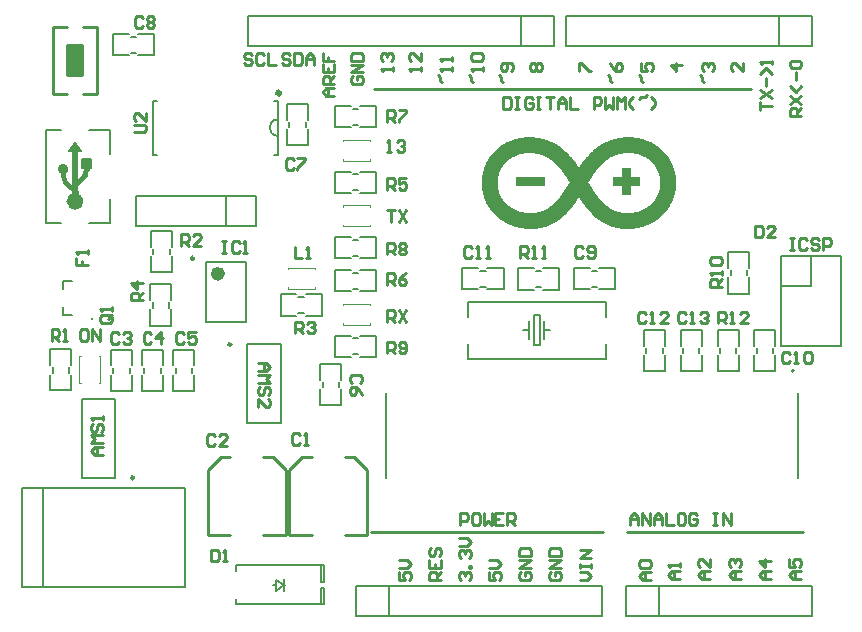
<source format=gto>
G04*
G04 #@! TF.GenerationSoftware,Altium Limited,Altium Designer,21.3.2 (30)*
G04*
G04 Layer_Color=65535*
%FSLAX24Y24*%
%MOIN*%
G70*
G04*
G04 #@! TF.SameCoordinates,BD5A3C24-ECAA-4070-AF75-8328BFFE722F*
G04*
G04*
G04 #@! TF.FilePolarity,Positive*
G04*
G01*
G75*
%ADD10C,0.0079*%
%ADD11C,0.0098*%
%ADD12C,0.0236*%
%ADD13C,0.0150*%
%ADD14C,0.0200*%
%ADD15C,0.0350*%
%ADD16C,0.0050*%
%ADD17C,0.0000*%
%ADD18C,0.0100*%
%ADD19C,0.0070*%
%ADD20C,0.0040*%
%ADD21C,0.0060*%
%ADD22R,0.0500X0.1000*%
G36*
X52610Y54325D02*
Y54030D01*
X52314Y54030D01*
Y54325D01*
X52610D01*
D02*
G37*
G36*
X52068Y54857D02*
X52265Y54581D01*
X51872D01*
X52068Y54857D01*
D02*
G37*
G36*
X70615Y55049D02*
X70713D01*
Y55039D01*
X70800D01*
Y55028D01*
X70854D01*
Y55017D01*
X70909D01*
Y55006D01*
X70952D01*
Y54995D01*
X70996D01*
Y54984D01*
X71028D01*
Y54973D01*
X71061D01*
Y54962D01*
X71094D01*
Y54952D01*
X71115D01*
Y54941D01*
X71148D01*
Y54930D01*
X71170D01*
Y54919D01*
X71202D01*
Y54908D01*
X71224D01*
Y54897D01*
X71246D01*
Y54886D01*
X71268D01*
Y54875D01*
X71289D01*
Y54864D01*
X71311D01*
Y54854D01*
X71333D01*
Y54843D01*
X71344D01*
Y54832D01*
X71366D01*
Y54821D01*
X71387D01*
Y54810D01*
X71398D01*
Y54799D01*
X71420D01*
Y54788D01*
X71431D01*
Y54777D01*
X71453D01*
Y54767D01*
X71464D01*
Y54756D01*
X71485D01*
Y54745D01*
X71496D01*
Y54734D01*
X71507D01*
Y54723D01*
X71529D01*
Y54712D01*
X71540D01*
Y54701D01*
X71551D01*
Y54690D01*
X71561D01*
Y54680D01*
X71572D01*
Y54669D01*
X71594D01*
Y54658D01*
X71605D01*
Y54647D01*
X71616D01*
Y54636D01*
X71627D01*
Y54625D01*
X71638D01*
Y54614D01*
X71648D01*
Y54603D01*
X71659D01*
Y54593D01*
X71670D01*
Y54582D01*
X71681D01*
Y54571D01*
X71692D01*
Y54560D01*
X71703D01*
Y54549D01*
X71714D01*
Y54538D01*
X71725D01*
Y54527D01*
X71735D01*
Y54516D01*
X71746D01*
Y54495D01*
X71757D01*
Y54484D01*
X71768D01*
Y54473D01*
X71779D01*
Y54462D01*
X71790D01*
Y54451D01*
X71801D01*
Y54429D01*
X71812D01*
Y54418D01*
X71822D01*
Y54408D01*
X71833D01*
Y54386D01*
X71844D01*
Y54375D01*
X71855D01*
Y54353D01*
X71866D01*
Y54342D01*
X71877D01*
Y54321D01*
X71888D01*
Y54310D01*
X71899D01*
Y54288D01*
X71910D01*
Y54266D01*
X71920D01*
Y54255D01*
X71931D01*
Y54234D01*
X71942D01*
Y54212D01*
X71953D01*
Y54190D01*
X71964D01*
Y54168D01*
X71975D01*
Y54147D01*
X71986D01*
Y54114D01*
X71997D01*
Y54092D01*
X72007D01*
Y54060D01*
X72018D01*
Y54038D01*
X72029D01*
Y54005D01*
X72040D01*
Y53972D01*
X72051D01*
Y53940D01*
X72062D01*
Y53896D01*
X72073D01*
Y53853D01*
X72084D01*
Y53798D01*
X72094D01*
Y53733D01*
X72105D01*
Y53614D01*
X72116D01*
Y53439D01*
X72105D01*
Y53331D01*
X72094D01*
Y53255D01*
X72084D01*
Y53200D01*
X72073D01*
Y53157D01*
X72062D01*
Y53113D01*
X72051D01*
Y53080D01*
X72040D01*
Y53048D01*
X72029D01*
Y53015D01*
X72018D01*
Y52993D01*
X72007D01*
Y52961D01*
X71997D01*
Y52939D01*
X71986D01*
Y52906D01*
X71975D01*
Y52885D01*
X71964D01*
Y52863D01*
X71953D01*
Y52841D01*
X71942D01*
Y52819D01*
X71931D01*
Y52809D01*
X71920D01*
Y52787D01*
X71910D01*
Y52765D01*
X71899D01*
Y52743D01*
X71888D01*
Y52732D01*
X71877D01*
Y52711D01*
X71866D01*
Y52700D01*
X71855D01*
Y52678D01*
X71844D01*
Y52667D01*
X71833D01*
Y52645D01*
X71822D01*
Y52634D01*
X71812D01*
Y52624D01*
X71801D01*
Y52613D01*
X71790D01*
Y52591D01*
X71779D01*
Y52580D01*
X71768D01*
Y52569D01*
X71757D01*
Y52558D01*
X71746D01*
Y52537D01*
X71735D01*
Y52526D01*
X71725D01*
Y52515D01*
X71714D01*
Y52504D01*
X71703D01*
Y52493D01*
X71692D01*
Y52482D01*
X71681D01*
Y52471D01*
X71670D01*
Y52460D01*
X71659D01*
Y52450D01*
X71648D01*
Y52439D01*
X71638D01*
Y52428D01*
X71627D01*
Y52417D01*
X71616D01*
Y52406D01*
X71605D01*
Y52395D01*
X71594D01*
Y52384D01*
X71572D01*
Y52373D01*
X71561D01*
Y52363D01*
X71551D01*
Y52352D01*
X71540D01*
Y52341D01*
X71518D01*
Y52330D01*
X71507D01*
Y52319D01*
X71496D01*
Y52308D01*
X71474D01*
Y52297D01*
X71464D01*
Y52286D01*
X71453D01*
Y52276D01*
X71431D01*
Y52265D01*
X71420D01*
Y52254D01*
X71398D01*
Y52243D01*
X71387D01*
Y52232D01*
X71366D01*
Y52221D01*
X71344D01*
Y52210D01*
X71322D01*
Y52199D01*
X71311D01*
Y52188D01*
X71289D01*
Y52178D01*
X71268D01*
Y52167D01*
X71246D01*
Y52156D01*
X71224D01*
Y52145D01*
X71202D01*
Y52134D01*
X71170D01*
Y52123D01*
X71148D01*
Y52112D01*
X71115D01*
Y52101D01*
X71094D01*
Y52091D01*
X71061D01*
Y52080D01*
X71028D01*
Y52069D01*
X70996D01*
Y52058D01*
X70952D01*
Y52047D01*
X70909D01*
Y52036D01*
X70854D01*
Y52025D01*
X70800D01*
Y52014D01*
X70724D01*
Y52004D01*
X70528D01*
Y51993D01*
X70376D01*
Y52004D01*
X70245D01*
Y52014D01*
X70169D01*
Y52025D01*
X70115D01*
Y52036D01*
X70060D01*
Y52047D01*
X70017D01*
Y52058D01*
X69984D01*
Y52069D01*
X69951D01*
Y52080D01*
X69919D01*
Y52091D01*
X69886D01*
Y52101D01*
X69864D01*
Y52112D01*
X69832D01*
Y52123D01*
X69810D01*
Y52134D01*
X69788D01*
Y52145D01*
X69767D01*
Y52156D01*
X69745D01*
Y52167D01*
X69723D01*
Y52178D01*
X69701D01*
Y52188D01*
X69680D01*
Y52199D01*
X69658D01*
Y52210D01*
X69647D01*
Y52221D01*
X69625D01*
Y52232D01*
X69614D01*
Y52243D01*
X69592D01*
Y52254D01*
X69582D01*
Y52265D01*
X69560D01*
Y52276D01*
X69549D01*
Y52286D01*
X69527D01*
Y52297D01*
X69516D01*
Y52308D01*
X69505D01*
Y52319D01*
X69484D01*
Y52330D01*
X69473D01*
Y52341D01*
X69462D01*
Y52352D01*
X69451D01*
Y52363D01*
X69429D01*
Y52373D01*
X69418D01*
Y52384D01*
X69408D01*
Y52395D01*
X69397D01*
Y52406D01*
X69386D01*
Y52417D01*
X69375D01*
Y52428D01*
X69364D01*
Y52439D01*
X69353D01*
Y52450D01*
X69342D01*
Y52460D01*
X69321D01*
Y52471D01*
X69310D01*
Y52482D01*
X69299D01*
Y52493D01*
X69288D01*
Y52515D01*
X69277D01*
Y52526D01*
X69266D01*
Y52537D01*
X69255D01*
Y52547D01*
X69244D01*
Y52558D01*
X69234D01*
Y52569D01*
X69223D01*
Y52580D01*
X69212D01*
Y52591D01*
X69201D01*
Y52602D01*
X69190D01*
Y52613D01*
X69179D01*
Y52634D01*
X69168D01*
Y52645D01*
X69157D01*
Y52656D01*
X69146D01*
Y52667D01*
X69136D01*
Y52678D01*
X69125D01*
Y52700D01*
X69114D01*
Y52711D01*
X69103D01*
Y52722D01*
X69092D01*
Y52732D01*
X69081D01*
Y52754D01*
X69070D01*
Y52765D01*
X69059D01*
Y52776D01*
X69049D01*
Y52798D01*
X69038D01*
Y52809D01*
X69027D01*
Y52830D01*
X69016D01*
Y52841D01*
X69005D01*
Y52852D01*
X68994D01*
Y52874D01*
X68983D01*
Y52885D01*
X68972D01*
Y52906D01*
X68962D01*
Y52917D01*
X68951D01*
Y52928D01*
X68940D01*
Y52950D01*
X68929D01*
Y52961D01*
X68918D01*
Y52983D01*
X68907D01*
Y52993D01*
X68896D01*
Y53015D01*
X68885D01*
Y53037D01*
X68864D01*
Y53026D01*
X68853D01*
Y53015D01*
X68842D01*
Y52993D01*
X68831D01*
Y52983D01*
X68820D01*
Y52961D01*
X68809D01*
Y52950D01*
X68798D01*
Y52928D01*
X68788D01*
Y52917D01*
X68777D01*
Y52896D01*
X68766D01*
Y52885D01*
X68755D01*
Y52874D01*
X68744D01*
Y52852D01*
X68733D01*
Y52841D01*
X68722D01*
Y52819D01*
X68711D01*
Y52809D01*
X68700D01*
Y52798D01*
X68690D01*
Y52776D01*
X68679D01*
Y52765D01*
X68668D01*
Y52754D01*
X68657D01*
Y52732D01*
X68646D01*
Y52722D01*
X68635D01*
Y52711D01*
X68624D01*
Y52700D01*
X68613D01*
Y52678D01*
X68603D01*
Y52667D01*
X68592D01*
Y52656D01*
X68581D01*
Y52645D01*
X68570D01*
Y52624D01*
X68559D01*
Y52613D01*
X68548D01*
Y52602D01*
X68537D01*
Y52591D01*
X68526D01*
Y52580D01*
X68516D01*
Y52569D01*
X68505D01*
Y52558D01*
X68494D01*
Y52547D01*
X68483D01*
Y52537D01*
X68472D01*
Y52515D01*
X68461D01*
Y52504D01*
X68450D01*
Y52493D01*
X68439D01*
Y52482D01*
X68429D01*
Y52471D01*
X68418D01*
Y52460D01*
X68407D01*
Y52450D01*
X68385D01*
Y52439D01*
X68374D01*
Y52428D01*
X68363D01*
Y52417D01*
X68352D01*
Y52406D01*
X68342D01*
Y52395D01*
X68331D01*
Y52384D01*
X68320D01*
Y52373D01*
X68309D01*
Y52363D01*
X68298D01*
Y52352D01*
X68276D01*
Y52341D01*
X68265D01*
Y52330D01*
X68254D01*
Y52319D01*
X68233D01*
Y52308D01*
X68222D01*
Y52297D01*
X68211D01*
Y52286D01*
X68189D01*
Y52276D01*
X68178D01*
Y52265D01*
X68167D01*
Y52254D01*
X68146D01*
Y52243D01*
X68124D01*
Y52232D01*
X68113D01*
Y52221D01*
X68091D01*
Y52210D01*
X68080D01*
Y52199D01*
X68059D01*
Y52188D01*
X68037D01*
Y52178D01*
X68015D01*
Y52167D01*
X67993D01*
Y52156D01*
X67972D01*
Y52145D01*
X67950D01*
Y52134D01*
X67928D01*
Y52123D01*
X67906D01*
Y52112D01*
X67874D01*
Y52101D01*
X67852D01*
Y52091D01*
X67819D01*
Y52080D01*
X67787D01*
Y52069D01*
X67754D01*
Y52058D01*
X67721D01*
Y52047D01*
X67678D01*
Y52036D01*
X67624D01*
Y52025D01*
X67569D01*
Y52014D01*
X67493D01*
Y52004D01*
X67362D01*
Y51993D01*
X67210D01*
Y52004D01*
X67025D01*
Y52014D01*
X66938D01*
Y52025D01*
X66884D01*
Y52036D01*
X66829D01*
Y52047D01*
X66786D01*
Y52058D01*
X66753D01*
Y52069D01*
X66710D01*
Y52080D01*
X66677D01*
Y52091D01*
X66645D01*
Y52101D01*
X66623D01*
Y52112D01*
X66590D01*
Y52123D01*
X66568D01*
Y52134D01*
X66547D01*
Y52145D01*
X66514D01*
Y52156D01*
X66492D01*
Y52167D01*
X66470D01*
Y52178D01*
X66449D01*
Y52188D01*
X66427D01*
Y52199D01*
X66416D01*
Y52210D01*
X66394D01*
Y52221D01*
X66373D01*
Y52232D01*
X66362D01*
Y52243D01*
X66340D01*
Y52254D01*
X66318D01*
Y52265D01*
X66307D01*
Y52276D01*
X66286D01*
Y52286D01*
X66275D01*
Y52297D01*
X66264D01*
Y52308D01*
X66242D01*
Y52319D01*
X66231D01*
Y52330D01*
X66220D01*
Y52341D01*
X66199D01*
Y52352D01*
X66188D01*
Y52363D01*
X66177D01*
Y52373D01*
X66166D01*
Y52384D01*
X66155D01*
Y52395D01*
X66133D01*
Y52406D01*
X66122D01*
Y52417D01*
X66112D01*
Y52428D01*
X66101D01*
Y52439D01*
X66090D01*
Y52450D01*
X66079D01*
Y52460D01*
X66068D01*
Y52471D01*
X66057D01*
Y52482D01*
X66046D01*
Y52493D01*
X66035D01*
Y52504D01*
X66024D01*
Y52515D01*
X66014D01*
Y52526D01*
X66003D01*
Y52547D01*
X65992D01*
Y52558D01*
X65981D01*
Y52569D01*
X65970D01*
Y52580D01*
X65959D01*
Y52591D01*
X65948D01*
Y52613D01*
X65937D01*
Y52624D01*
X65927D01*
Y52634D01*
X65916D01*
Y52656D01*
X65905D01*
Y52667D01*
X65894D01*
Y52678D01*
X65883D01*
Y52700D01*
X65872D01*
Y52711D01*
X65861D01*
Y52732D01*
X65850D01*
Y52754D01*
X65840D01*
Y52765D01*
X65829D01*
Y52787D01*
X65818D01*
Y52809D01*
X65807D01*
Y52830D01*
X65796D01*
Y52841D01*
X65785D01*
Y52863D01*
X65774D01*
Y52896D01*
X65763D01*
Y52917D01*
X65753D01*
Y52939D01*
X65742D01*
Y52961D01*
X65731D01*
Y52993D01*
X65720D01*
Y53015D01*
X65709D01*
Y53048D01*
X65698D01*
Y53080D01*
X65687D01*
Y53124D01*
X65676D01*
Y53157D01*
X65666D01*
Y53211D01*
X65655D01*
Y53265D01*
X65644D01*
Y53331D01*
X65633D01*
Y53450D01*
X65622D01*
Y53603D01*
X65633D01*
Y53722D01*
X65644D01*
Y53788D01*
X65655D01*
Y53842D01*
X65666D01*
Y53896D01*
X65676D01*
Y53929D01*
X65687D01*
Y53972D01*
X65698D01*
Y54005D01*
X65709D01*
Y54038D01*
X65720D01*
Y54060D01*
X65731D01*
Y54092D01*
X65742D01*
Y54114D01*
X65753D01*
Y54136D01*
X65763D01*
Y54168D01*
X65774D01*
Y54190D01*
X65785D01*
Y54212D01*
X65796D01*
Y54234D01*
X65807D01*
Y54244D01*
X65818D01*
Y54266D01*
X65829D01*
Y54288D01*
X65840D01*
Y54310D01*
X65850D01*
Y54321D01*
X65861D01*
Y54342D01*
X65872D01*
Y54353D01*
X65883D01*
Y54375D01*
X65894D01*
Y54386D01*
X65905D01*
Y54408D01*
X65916D01*
Y54418D01*
X65927D01*
Y54429D01*
X65937D01*
Y54451D01*
X65948D01*
Y54462D01*
X65959D01*
Y54473D01*
X65970D01*
Y54484D01*
X65981D01*
Y54495D01*
X65992D01*
Y54516D01*
X66003D01*
Y54527D01*
X66014D01*
Y54538D01*
X66024D01*
Y54549D01*
X66035D01*
Y54560D01*
X66046D01*
Y54571D01*
X66057D01*
Y54582D01*
X66068D01*
Y54593D01*
X66079D01*
Y54603D01*
X66090D01*
Y54614D01*
X66101D01*
Y54625D01*
X66112D01*
Y54636D01*
X66122D01*
Y54647D01*
X66133D01*
Y54658D01*
X66144D01*
Y54669D01*
X66166D01*
Y54680D01*
X66177D01*
Y54690D01*
X66188D01*
Y54701D01*
X66199D01*
Y54712D01*
X66220D01*
Y54723D01*
X66231D01*
Y54734D01*
X66242D01*
Y54745D01*
X66264D01*
Y54756D01*
X66275D01*
Y54767D01*
X66286D01*
Y54777D01*
X66307D01*
Y54788D01*
X66318D01*
Y54799D01*
X66340D01*
Y54810D01*
X66351D01*
Y54821D01*
X66373D01*
Y54832D01*
X66394D01*
Y54843D01*
X66416D01*
Y54854D01*
X66427D01*
Y54864D01*
X66449D01*
Y54875D01*
X66470D01*
Y54886D01*
X66492D01*
Y54897D01*
X66514D01*
Y54908D01*
X66536D01*
Y54919D01*
X66568D01*
Y54930D01*
X66590D01*
Y54941D01*
X66623D01*
Y54952D01*
X66645D01*
Y54962D01*
X66677D01*
Y54973D01*
X66710D01*
Y54984D01*
X66742D01*
Y54995D01*
X66786D01*
Y55006D01*
X66829D01*
Y55017D01*
X66884D01*
Y55028D01*
X66938D01*
Y55039D01*
X67025D01*
Y55049D01*
X67123D01*
Y55060D01*
X67286D01*
Y55049D01*
X67406D01*
Y55039D01*
X67493D01*
Y55028D01*
X67558D01*
Y55017D01*
X67613D01*
Y55006D01*
X67656D01*
Y54995D01*
X67700D01*
Y54984D01*
X67732D01*
Y54973D01*
X67776D01*
Y54962D01*
X67798D01*
Y54952D01*
X67830D01*
Y54941D01*
X67863D01*
Y54930D01*
X67885D01*
Y54919D01*
X67917D01*
Y54908D01*
X67939D01*
Y54897D01*
X67961D01*
Y54886D01*
X67983D01*
Y54875D01*
X68004D01*
Y54864D01*
X68026D01*
Y54854D01*
X68048D01*
Y54843D01*
X68070D01*
Y54832D01*
X68091D01*
Y54821D01*
X68102D01*
Y54810D01*
X68124D01*
Y54799D01*
X68146D01*
Y54788D01*
X68157D01*
Y54777D01*
X68178D01*
Y54767D01*
X68189D01*
Y54756D01*
X68211D01*
Y54745D01*
X68222D01*
Y54734D01*
X68233D01*
Y54723D01*
X68254D01*
Y54712D01*
X68265D01*
Y54701D01*
X68276D01*
Y54690D01*
X68298D01*
Y54680D01*
X68309D01*
Y54669D01*
X68320D01*
Y54658D01*
X68331D01*
Y54647D01*
X68352D01*
Y54636D01*
X68363D01*
Y54625D01*
X68374D01*
Y54614D01*
X68385D01*
Y54603D01*
X68396D01*
Y54593D01*
X68407D01*
Y54582D01*
X68418D01*
Y54571D01*
X68439D01*
Y54560D01*
X68450D01*
Y54549D01*
X68461D01*
Y54538D01*
X68472D01*
Y54527D01*
X68483D01*
Y54516D01*
X68494D01*
Y54506D01*
X68505D01*
Y54495D01*
X68516D01*
Y54484D01*
X68526D01*
Y54473D01*
X68537D01*
Y54462D01*
X68548D01*
Y54440D01*
X68559D01*
Y54429D01*
X68570D01*
Y54418D01*
X68581D01*
Y54408D01*
X68592D01*
Y54397D01*
X68603D01*
Y54386D01*
X68613D01*
Y54375D01*
X68624D01*
Y54364D01*
X68635D01*
Y54342D01*
X68646D01*
Y54331D01*
X68657D01*
Y54321D01*
X68668D01*
Y54310D01*
X68679D01*
Y54288D01*
X68690D01*
Y54277D01*
X68700D01*
Y54266D01*
X68711D01*
Y54255D01*
X68722D01*
Y54234D01*
X68733D01*
Y54223D01*
X68744D01*
Y54212D01*
X68755D01*
Y54190D01*
X68766D01*
Y54179D01*
X68777D01*
Y54168D01*
X68788D01*
Y54147D01*
X68798D01*
Y54136D01*
X68809D01*
Y54114D01*
X68820D01*
Y54103D01*
X68831D01*
Y54092D01*
X68842D01*
Y54070D01*
X68853D01*
Y54060D01*
X68864D01*
Y54049D01*
X68885D01*
Y54070D01*
X68896D01*
Y54081D01*
X68907D01*
Y54103D01*
X68918D01*
Y54114D01*
X68929D01*
Y54136D01*
X68940D01*
Y54147D01*
X68951D01*
Y54157D01*
X68962D01*
Y54179D01*
X68972D01*
Y54190D01*
X68983D01*
Y54212D01*
X68994D01*
Y54223D01*
X69005D01*
Y54234D01*
X69016D01*
Y54255D01*
X69027D01*
Y54266D01*
X69038D01*
Y54277D01*
X69049D01*
Y54288D01*
X69059D01*
Y54310D01*
X69070D01*
Y54321D01*
X69081D01*
Y54331D01*
X69092D01*
Y54342D01*
X69103D01*
Y54353D01*
X69114D01*
Y54375D01*
X69125D01*
Y54386D01*
X69136D01*
Y54397D01*
X69146D01*
Y54408D01*
X69157D01*
Y54418D01*
X69168D01*
Y54429D01*
X69179D01*
Y54440D01*
X69190D01*
Y54451D01*
X69201D01*
Y54473D01*
X69212D01*
Y54484D01*
X69223D01*
Y54495D01*
X69234D01*
Y54506D01*
X69244D01*
Y54516D01*
X69255D01*
Y54527D01*
X69266D01*
Y54538D01*
X69277D01*
Y54549D01*
X69288D01*
Y54560D01*
X69310D01*
Y54571D01*
X69321D01*
Y54582D01*
X69331D01*
Y54593D01*
X69342D01*
Y54603D01*
X69353D01*
Y54614D01*
X69364D01*
Y54625D01*
X69375D01*
Y54636D01*
X69386D01*
Y54647D01*
X69408D01*
Y54658D01*
X69418D01*
Y54669D01*
X69429D01*
Y54680D01*
X69440D01*
Y54690D01*
X69462D01*
Y54701D01*
X69473D01*
Y54712D01*
X69484D01*
Y54723D01*
X69505D01*
Y54734D01*
X69516D01*
Y54745D01*
X69527D01*
Y54756D01*
X69549D01*
Y54767D01*
X69560D01*
Y54777D01*
X69582D01*
Y54788D01*
X69603D01*
Y54799D01*
X69614D01*
Y54810D01*
X69636D01*
Y54821D01*
X69647D01*
Y54832D01*
X69669D01*
Y54843D01*
X69690D01*
Y54854D01*
X69712D01*
Y54864D01*
X69734D01*
Y54875D01*
X69756D01*
Y54886D01*
X69777D01*
Y54897D01*
X69799D01*
Y54908D01*
X69821D01*
Y54919D01*
X69854D01*
Y54930D01*
X69875D01*
Y54941D01*
X69908D01*
Y54952D01*
X69941D01*
Y54962D01*
X69973D01*
Y54973D01*
X70006D01*
Y54984D01*
X70038D01*
Y54995D01*
X70082D01*
Y55006D01*
X70126D01*
Y55017D01*
X70180D01*
Y55028D01*
X70245D01*
Y55039D01*
X70343D01*
Y55049D01*
X70452D01*
Y55060D01*
X70615D01*
Y55049D01*
D02*
G37*
%LPC*%
G36*
X70626Y54527D02*
X70430D01*
Y54516D01*
X70332D01*
Y54506D01*
X70267D01*
Y54495D01*
X70223D01*
Y54484D01*
X70180D01*
Y54473D01*
X70136D01*
Y54462D01*
X70104D01*
Y54451D01*
X70082D01*
Y54440D01*
X70049D01*
Y54429D01*
X70028D01*
Y54418D01*
X70006D01*
Y54408D01*
X69984D01*
Y54397D01*
X69962D01*
Y54386D01*
X69941D01*
Y54375D01*
X69919D01*
Y54364D01*
X69897D01*
Y54353D01*
X69886D01*
Y54342D01*
X69864D01*
Y54331D01*
X69854D01*
Y54321D01*
X69832D01*
Y54310D01*
X69821D01*
Y54299D01*
X69799D01*
Y54288D01*
X69788D01*
Y54277D01*
X69777D01*
Y54266D01*
X69756D01*
Y54255D01*
X69745D01*
Y54244D01*
X69734D01*
Y54234D01*
X69723D01*
Y54223D01*
X69712D01*
Y54212D01*
X69690D01*
Y54201D01*
X69680D01*
Y54190D01*
X69669D01*
Y54179D01*
X69658D01*
Y54168D01*
X69647D01*
Y54157D01*
X69636D01*
Y54147D01*
X69625D01*
Y54136D01*
X69614D01*
Y54125D01*
X69603D01*
Y54114D01*
X69592D01*
Y54103D01*
X69582D01*
Y54092D01*
X69571D01*
Y54081D01*
X69560D01*
Y54060D01*
X69549D01*
Y54049D01*
X69538D01*
Y54038D01*
X69527D01*
Y54027D01*
X69516D01*
Y54016D01*
X69505D01*
Y54005D01*
X69495D01*
Y53983D01*
X69484D01*
Y53972D01*
X69473D01*
Y53962D01*
X69462D01*
Y53951D01*
X69451D01*
Y53929D01*
X69440D01*
Y53918D01*
X69429D01*
Y53907D01*
X69418D01*
Y53885D01*
X69408D01*
Y53875D01*
X69397D01*
Y53864D01*
X69386D01*
Y53842D01*
X69375D01*
Y53831D01*
X69364D01*
Y53820D01*
X69353D01*
Y53798D01*
X69342D01*
Y53788D01*
X69331D01*
Y53766D01*
X69321D01*
Y53755D01*
X69310D01*
Y53733D01*
X69299D01*
Y53722D01*
X69288D01*
Y53701D01*
X69277D01*
Y53690D01*
X69266D01*
Y53668D01*
X69255D01*
Y53657D01*
X69244D01*
Y53635D01*
X69234D01*
Y53624D01*
X69223D01*
Y53603D01*
X69212D01*
Y53592D01*
X69201D01*
Y53570D01*
X69190D01*
Y53548D01*
X69179D01*
Y53537D01*
X69190D01*
Y53526D01*
X69201D01*
Y53505D01*
X69212D01*
Y53483D01*
X69223D01*
Y53472D01*
X69234D01*
Y53450D01*
X69244D01*
Y53439D01*
X69255D01*
Y53418D01*
X69266D01*
Y53407D01*
X69277D01*
Y53385D01*
X69288D01*
Y53363D01*
X69299D01*
Y53352D01*
X69310D01*
Y53331D01*
X69321D01*
Y53320D01*
X69331D01*
Y53298D01*
X69342D01*
Y53287D01*
X69353D01*
Y53265D01*
X69364D01*
Y53255D01*
X69375D01*
Y53233D01*
X69386D01*
Y53222D01*
X69397D01*
Y53200D01*
X69408D01*
Y53189D01*
X69418D01*
Y53168D01*
X69429D01*
Y53157D01*
X69440D01*
Y53146D01*
X69451D01*
Y53124D01*
X69462D01*
Y53113D01*
X69473D01*
Y53091D01*
X69484D01*
Y53080D01*
X69495D01*
Y53070D01*
X69505D01*
Y53059D01*
X69516D01*
Y53037D01*
X69527D01*
Y53026D01*
X69538D01*
Y53015D01*
X69549D01*
Y53004D01*
X69560D01*
Y52983D01*
X69571D01*
Y52972D01*
X69582D01*
Y52961D01*
X69592D01*
Y52950D01*
X69603D01*
Y52939D01*
X69614D01*
Y52928D01*
X69625D01*
Y52906D01*
X69636D01*
Y52896D01*
X69647D01*
Y52885D01*
X69658D01*
Y52874D01*
X69669D01*
Y52863D01*
X69680D01*
Y52852D01*
X69690D01*
Y52841D01*
X69701D01*
Y52830D01*
X69712D01*
Y52819D01*
X69723D01*
Y52809D01*
X69745D01*
Y52798D01*
X69756D01*
Y52787D01*
X69767D01*
Y52776D01*
X69777D01*
Y52765D01*
X69788D01*
Y52754D01*
X69799D01*
Y52743D01*
X69821D01*
Y52732D01*
X69832D01*
Y52722D01*
X69843D01*
Y52711D01*
X69864D01*
Y52700D01*
X69875D01*
Y52689D01*
X69897D01*
Y52678D01*
X69908D01*
Y52667D01*
X69930D01*
Y52656D01*
X69951D01*
Y52645D01*
X69973D01*
Y52634D01*
X69995D01*
Y52624D01*
X70017D01*
Y52613D01*
X70038D01*
Y52602D01*
X70060D01*
Y52591D01*
X70093D01*
Y52580D01*
X70126D01*
Y52569D01*
X70158D01*
Y52558D01*
X70202D01*
Y52547D01*
X70256D01*
Y52537D01*
X70343D01*
Y52526D01*
X70604D01*
Y52537D01*
X70702D01*
Y52547D01*
X70767D01*
Y52558D01*
X70811D01*
Y52569D01*
X70854D01*
Y52580D01*
X70887D01*
Y52591D01*
X70920D01*
Y52602D01*
X70941D01*
Y52613D01*
X70974D01*
Y52624D01*
X70996D01*
Y52634D01*
X71018D01*
Y52645D01*
X71039D01*
Y52656D01*
X71061D01*
Y52667D01*
X71083D01*
Y52678D01*
X71094D01*
Y52689D01*
X71115D01*
Y52700D01*
X71126D01*
Y52711D01*
X71148D01*
Y52722D01*
X71159D01*
Y52732D01*
X71181D01*
Y52743D01*
X71192D01*
Y52754D01*
X71202D01*
Y52765D01*
X71224D01*
Y52776D01*
X71235D01*
Y52787D01*
X71246D01*
Y52798D01*
X71257D01*
Y52809D01*
X71268D01*
Y52819D01*
X71279D01*
Y52830D01*
X71289D01*
Y52841D01*
X71300D01*
Y52852D01*
X71311D01*
Y52863D01*
X71322D01*
Y52874D01*
X71333D01*
Y52885D01*
X71344D01*
Y52896D01*
X71355D01*
Y52906D01*
X71366D01*
Y52928D01*
X71376D01*
Y52939D01*
X71387D01*
Y52950D01*
X71398D01*
Y52972D01*
X71409D01*
Y52983D01*
X71420D01*
Y52993D01*
X71431D01*
Y53015D01*
X71442D01*
Y53037D01*
X71453D01*
Y53048D01*
X71464D01*
Y53070D01*
X71474D01*
Y53091D01*
X71485D01*
Y53113D01*
X71496D01*
Y53135D01*
X71507D01*
Y53157D01*
X71518D01*
Y53189D01*
X71529D01*
Y53222D01*
X71540D01*
Y53255D01*
X71551D01*
Y53298D01*
X71561D01*
Y53342D01*
X71572D01*
Y53407D01*
X71583D01*
Y53646D01*
X71572D01*
Y53711D01*
X71561D01*
Y53766D01*
X71551D01*
Y53798D01*
X71540D01*
Y53831D01*
X71529D01*
Y53864D01*
X71518D01*
Y53896D01*
X71507D01*
Y53918D01*
X71496D01*
Y53940D01*
X71485D01*
Y53962D01*
X71474D01*
Y53983D01*
X71464D01*
Y54005D01*
X71453D01*
Y54016D01*
X71442D01*
Y54038D01*
X71431D01*
Y54060D01*
X71420D01*
Y54070D01*
X71409D01*
Y54092D01*
X71398D01*
Y54103D01*
X71387D01*
Y54114D01*
X71376D01*
Y54125D01*
X71366D01*
Y54147D01*
X71355D01*
Y54157D01*
X71344D01*
Y54168D01*
X71333D01*
Y54179D01*
X71322D01*
Y54190D01*
X71311D01*
Y54201D01*
X71300D01*
Y54212D01*
X71289D01*
Y54223D01*
X71279D01*
Y54234D01*
X71268D01*
Y54244D01*
X71257D01*
Y54255D01*
X71246D01*
Y54266D01*
X71235D01*
Y54277D01*
X71224D01*
Y54288D01*
X71202D01*
Y54299D01*
X71192D01*
Y54310D01*
X71181D01*
Y54321D01*
X71159D01*
Y54331D01*
X71148D01*
Y54342D01*
X71137D01*
Y54353D01*
X71115D01*
Y54364D01*
X71094D01*
Y54375D01*
X71083D01*
Y54386D01*
X71061D01*
Y54397D01*
X71039D01*
Y54408D01*
X71018D01*
Y54418D01*
X70996D01*
Y54429D01*
X70974D01*
Y54440D01*
X70952D01*
Y54451D01*
X70920D01*
Y54462D01*
X70887D01*
Y54473D01*
X70854D01*
Y54484D01*
X70822D01*
Y54495D01*
X70778D01*
Y54506D01*
X70713D01*
Y54516D01*
X70626D01*
Y54527D01*
D02*
G37*
G36*
X67308D02*
X67112D01*
Y54516D01*
X67025D01*
Y54506D01*
X66971D01*
Y54495D01*
X66916D01*
Y54484D01*
X66884D01*
Y54473D01*
X66851D01*
Y54462D01*
X66819D01*
Y54451D01*
X66797D01*
Y54440D01*
X66764D01*
Y54429D01*
X66742D01*
Y54418D01*
X66721D01*
Y54408D01*
X66699D01*
Y54397D01*
X66677D01*
Y54386D01*
X66655D01*
Y54375D01*
X66645D01*
Y54364D01*
X66623D01*
Y54353D01*
X66601D01*
Y54342D01*
X66590D01*
Y54331D01*
X66579D01*
Y54321D01*
X66558D01*
Y54310D01*
X66547D01*
Y54299D01*
X66536D01*
Y54288D01*
X66514D01*
Y54277D01*
X66503D01*
Y54266D01*
X66492D01*
Y54255D01*
X66481D01*
Y54244D01*
X66470D01*
Y54234D01*
X66460D01*
Y54223D01*
X66449D01*
Y54212D01*
X66438D01*
Y54201D01*
X66427D01*
Y54190D01*
X66416D01*
Y54179D01*
X66405D01*
Y54168D01*
X66394D01*
Y54157D01*
X66383D01*
Y54147D01*
X66373D01*
Y54125D01*
X66362D01*
Y54114D01*
X66351D01*
Y54103D01*
X66340D01*
Y54081D01*
X66329D01*
Y54070D01*
X66318D01*
Y54060D01*
X66307D01*
Y54038D01*
X66296D01*
Y54016D01*
X66286D01*
Y54005D01*
X66275D01*
Y53983D01*
X66264D01*
Y53962D01*
X66253D01*
Y53940D01*
X66242D01*
Y53918D01*
X66231D01*
Y53885D01*
X66220D01*
Y53864D01*
X66209D01*
Y53831D01*
X66199D01*
Y53798D01*
X66188D01*
Y53755D01*
X66177D01*
Y53711D01*
X66166D01*
Y53635D01*
X66155D01*
Y53418D01*
X66166D01*
Y53342D01*
X66177D01*
Y53298D01*
X66188D01*
Y53255D01*
X66199D01*
Y53222D01*
X66209D01*
Y53189D01*
X66220D01*
Y53168D01*
X66231D01*
Y53135D01*
X66242D01*
Y53113D01*
X66253D01*
Y53091D01*
X66264D01*
Y53070D01*
X66275D01*
Y53048D01*
X66286D01*
Y53037D01*
X66296D01*
Y53015D01*
X66307D01*
Y53004D01*
X66318D01*
Y52983D01*
X66329D01*
Y52972D01*
X66340D01*
Y52950D01*
X66351D01*
Y52939D01*
X66362D01*
Y52928D01*
X66373D01*
Y52906D01*
X66383D01*
Y52896D01*
X66394D01*
Y52885D01*
X66405D01*
Y52874D01*
X66416D01*
Y52863D01*
X66427D01*
Y52852D01*
X66438D01*
Y52841D01*
X66449D01*
Y52830D01*
X66460D01*
Y52819D01*
X66470D01*
Y52809D01*
X66481D01*
Y52798D01*
X66492D01*
Y52787D01*
X66503D01*
Y52776D01*
X66514D01*
Y52765D01*
X66536D01*
Y52754D01*
X66547D01*
Y52743D01*
X66558D01*
Y52732D01*
X66579D01*
Y52722D01*
X66590D01*
Y52711D01*
X66612D01*
Y52700D01*
X66623D01*
Y52689D01*
X66645D01*
Y52678D01*
X66655D01*
Y52667D01*
X66677D01*
Y52656D01*
X66699D01*
Y52645D01*
X66721D01*
Y52634D01*
X66742D01*
Y52624D01*
X66764D01*
Y52613D01*
X66797D01*
Y52602D01*
X66819D01*
Y52591D01*
X66851D01*
Y52580D01*
X66884D01*
Y52569D01*
X66927D01*
Y52558D01*
X66971D01*
Y52547D01*
X67036D01*
Y52537D01*
X67134D01*
Y52526D01*
X67395D01*
Y52537D01*
X67482D01*
Y52547D01*
X67537D01*
Y52558D01*
X67580D01*
Y52569D01*
X67613D01*
Y52580D01*
X67645D01*
Y52591D01*
X67678D01*
Y52602D01*
X67700D01*
Y52613D01*
X67721D01*
Y52624D01*
X67743D01*
Y52634D01*
X67765D01*
Y52645D01*
X67787D01*
Y52656D01*
X67808D01*
Y52667D01*
X67830D01*
Y52678D01*
X67841D01*
Y52689D01*
X67863D01*
Y52700D01*
X67874D01*
Y52711D01*
X67896D01*
Y52722D01*
X67906D01*
Y52732D01*
X67917D01*
Y52743D01*
X67939D01*
Y52754D01*
X67950D01*
Y52765D01*
X67961D01*
Y52776D01*
X67972D01*
Y52787D01*
X67983D01*
Y52798D01*
X68004D01*
Y52809D01*
X68015D01*
Y52819D01*
X68026D01*
Y52830D01*
X68037D01*
Y52841D01*
X68048D01*
Y52852D01*
X68059D01*
Y52863D01*
X68070D01*
Y52874D01*
X68080D01*
Y52885D01*
X68091D01*
Y52896D01*
X68102D01*
Y52906D01*
X68113D01*
Y52917D01*
X68124D01*
Y52939D01*
X68135D01*
Y52950D01*
X68146D01*
Y52961D01*
X68157D01*
Y52972D01*
X68167D01*
Y52983D01*
X68178D01*
Y52993D01*
X68189D01*
Y53015D01*
X68200D01*
Y53026D01*
X68211D01*
Y53037D01*
X68222D01*
Y53048D01*
X68233D01*
Y53070D01*
X68244D01*
Y53080D01*
X68254D01*
Y53091D01*
X68265D01*
Y53113D01*
X68276D01*
Y53124D01*
X68287D01*
Y53135D01*
X68298D01*
Y53157D01*
X68309D01*
Y53168D01*
X68320D01*
Y53189D01*
X68331D01*
Y53200D01*
X68342D01*
Y53222D01*
X68352D01*
Y53233D01*
X68363D01*
Y53255D01*
X68374D01*
Y53265D01*
X68385D01*
Y53287D01*
X68396D01*
Y53298D01*
X68407D01*
Y53320D01*
X68418D01*
Y53331D01*
X68429D01*
Y53352D01*
X68439D01*
Y53363D01*
X68450D01*
Y53385D01*
X68461D01*
Y53396D01*
X68472D01*
Y53418D01*
X68483D01*
Y53439D01*
X68494D01*
Y53450D01*
X68505D01*
Y53472D01*
X68516D01*
Y53483D01*
X68526D01*
Y53505D01*
X68537D01*
Y53526D01*
X68548D01*
Y53537D01*
X68559D01*
Y53559D01*
X68548D01*
Y53570D01*
X68537D01*
Y53592D01*
X68526D01*
Y53603D01*
X68516D01*
Y53624D01*
X68505D01*
Y53635D01*
X68494D01*
Y53657D01*
X68483D01*
Y53679D01*
X68472D01*
Y53690D01*
X68461D01*
Y53711D01*
X68450D01*
Y53722D01*
X68439D01*
Y53744D01*
X68429D01*
Y53755D01*
X68418D01*
Y53766D01*
X68407D01*
Y53788D01*
X68396D01*
Y53798D01*
X68385D01*
Y53820D01*
X68374D01*
Y53831D01*
X68363D01*
Y53853D01*
X68352D01*
Y53864D01*
X68342D01*
Y53875D01*
X68331D01*
Y53896D01*
X68320D01*
Y53907D01*
X68309D01*
Y53918D01*
X68298D01*
Y53929D01*
X68287D01*
Y53951D01*
X68276D01*
Y53962D01*
X68265D01*
Y53972D01*
X68254D01*
Y53983D01*
X68244D01*
Y54005D01*
X68233D01*
Y54016D01*
X68222D01*
Y54027D01*
X68211D01*
Y54038D01*
X68200D01*
Y54049D01*
X68189D01*
Y54060D01*
X68178D01*
Y54081D01*
X68167D01*
Y54092D01*
X68157D01*
Y54103D01*
X68146D01*
Y54114D01*
X68135D01*
Y54125D01*
X68124D01*
Y54136D01*
X68113D01*
Y54147D01*
X68102D01*
Y54157D01*
X68091D01*
Y54168D01*
X68080D01*
Y54179D01*
X68070D01*
Y54190D01*
X68059D01*
Y54201D01*
X68048D01*
Y54212D01*
X68026D01*
Y54223D01*
X68015D01*
Y54234D01*
X68004D01*
Y54244D01*
X67993D01*
Y54255D01*
X67983D01*
Y54266D01*
X67961D01*
Y54277D01*
X67950D01*
Y54288D01*
X67939D01*
Y54299D01*
X67917D01*
Y54310D01*
X67906D01*
Y54321D01*
X67885D01*
Y54331D01*
X67874D01*
Y54342D01*
X67852D01*
Y54353D01*
X67841D01*
Y54364D01*
X67819D01*
Y54375D01*
X67798D01*
Y54386D01*
X67776D01*
Y54397D01*
X67754D01*
Y54408D01*
X67732D01*
Y54418D01*
X67711D01*
Y54429D01*
X67689D01*
Y54440D01*
X67656D01*
Y54451D01*
X67634D01*
Y54462D01*
X67602D01*
Y54473D01*
X67558D01*
Y54484D01*
X67526D01*
Y54495D01*
X67471D01*
Y54506D01*
X67406D01*
Y54516D01*
X67308D01*
Y54527D01*
D02*
G37*
%LPD*%
G36*
X70604Y53962D02*
Y53951D01*
Y53722D01*
X70898D01*
Y53429D01*
X70604D01*
Y53135D01*
X70310D01*
Y53418D01*
X70300D01*
Y53429D01*
X70017D01*
Y53722D01*
X70310D01*
Y54016D01*
X70604D01*
Y53962D01*
D02*
G37*
G36*
X67721Y53418D02*
X66764D01*
Y53722D01*
X67721D01*
Y53418D01*
D02*
G37*
D10*
X76032Y47265D02*
G03*
X76032Y47265I-39J0D01*
G01*
X54704Y57781D02*
Y58481D01*
X53324Y57781D02*
Y58481D01*
X54175Y57781D02*
X54704D01*
X53324D02*
X53870D01*
X53324Y58481D02*
X53870D01*
X54175D02*
X54704D01*
X55280Y49621D02*
Y50149D01*
X54570D02*
X55280D01*
X54570Y49621D02*
Y50149D01*
Y48771D02*
Y49316D01*
X55280Y48771D02*
Y49316D01*
X54570Y48771D02*
X55280D01*
X56441Y48886D02*
Y50894D01*
X57759Y48886D02*
Y50894D01*
X56441D02*
X57759D01*
X56441Y48886D02*
X57759D01*
X58921Y49810D02*
X59449D01*
X58921Y49100D02*
Y49810D01*
Y49100D02*
X59449D01*
X59754D02*
X60299D01*
X59754Y49810D02*
X60299D01*
Y49100D02*
Y49810D01*
X55310Y51401D02*
Y51929D01*
X54600D02*
X55310D01*
X54600Y51401D02*
Y51929D01*
Y50551D02*
Y51096D01*
X55310Y50551D02*
Y51096D01*
X54600Y50551D02*
X55310D01*
X53270Y47971D02*
X53970D01*
X53270Y46591D02*
X53970D01*
Y47442D02*
Y47971D01*
Y46591D02*
Y47137D01*
X53270Y46591D02*
Y47137D01*
Y47442D02*
Y47971D01*
X54305D02*
X55005D01*
X54305Y46591D02*
X55005D01*
Y47442D02*
Y47971D01*
Y46591D02*
Y47137D01*
X54305Y46591D02*
Y47137D01*
Y47442D02*
Y47971D01*
X55340D02*
X56040D01*
X55340Y46591D02*
X56040D01*
Y47442D02*
Y47971D01*
Y46591D02*
Y47137D01*
X55340Y46591D02*
Y47137D01*
Y47442D02*
Y47971D01*
X67685Y49971D02*
X68213D01*
Y50681D01*
X67685D02*
X68213D01*
X66835D02*
X67380D01*
X66835Y49971D02*
X67380D01*
X66835D02*
Y50681D01*
X70070Y49981D02*
Y50681D01*
X68690Y49981D02*
Y50681D01*
X69541Y49981D02*
X70070D01*
X68690D02*
X69236D01*
X68690Y50681D02*
X69236D01*
X69541D02*
X70070D01*
X64980Y49981D02*
Y50681D01*
X66360Y49981D02*
Y50681D01*
X64980D02*
X65509D01*
X65814D02*
X66360D01*
X65814Y49981D02*
X66360D01*
X64980D02*
X65509D01*
X52291Y46339D02*
X53393D01*
X52291Y43701D02*
X53393D01*
X52291D02*
Y46339D01*
X53393Y43701D02*
Y46339D01*
X73487Y47250D02*
X74197D01*
Y47795D01*
X73487Y47250D02*
Y47795D01*
Y48100D02*
Y48628D01*
X74197D01*
Y48100D02*
Y48628D01*
X73840Y49841D02*
X74550D01*
Y50386D01*
X73840Y49841D02*
Y50386D01*
Y50691D02*
Y51219D01*
X74550D01*
Y50691D02*
Y51219D01*
X62109Y47730D02*
Y48440D01*
X61564D02*
X62109D01*
X61564Y47730D02*
X62109D01*
X60731D02*
X61259D01*
X60731D02*
Y48440D01*
X61259D01*
X62119Y51009D02*
Y51719D01*
X61574D02*
X62119D01*
X61574Y51009D02*
X62119D01*
X60741D02*
X61269D01*
X60741D02*
Y51719D01*
X61269D01*
X62119Y55380D02*
Y56090D01*
X61574D02*
X62119D01*
X61574Y55380D02*
X62119D01*
X60741D02*
X61269D01*
X60741D02*
Y56090D01*
X61269D01*
X62119Y49916D02*
Y50626D01*
X61574D02*
X62119D01*
X61574Y49916D02*
X62119D01*
X60741D02*
X61269D01*
X60741D02*
Y50626D01*
X61269D01*
X62119Y53194D02*
Y53904D01*
X61574D02*
X62119D01*
X61574Y53194D02*
X62119D01*
X60741D02*
X61269D01*
X60741D02*
Y53904D01*
X61269D01*
X51240Y47989D02*
X51950D01*
X51240Y47444D02*
Y47989D01*
X51950Y47444D02*
Y47989D01*
Y46611D02*
Y47139D01*
X51240Y46611D02*
X51950D01*
X51240D02*
Y47139D01*
X54120Y52100D02*
Y53100D01*
X58120D01*
X54120Y52100D02*
X58120D01*
Y53100D01*
X57120Y52100D02*
Y53100D01*
X76649Y39100D02*
Y40100D01*
X70452Y39100D02*
Y40100D01*
X76649D01*
X70452Y39100D02*
X76649D01*
X71550D02*
Y40100D01*
X61452D02*
X69648D01*
X61452Y39100D02*
Y40100D01*
Y39100D02*
X69648D01*
Y40100D01*
X62550Y39100D02*
Y40100D01*
X68451Y58100D02*
X76648D01*
Y59100D01*
X68451D02*
X76648D01*
X68451Y58100D02*
Y59100D01*
X75550Y58100D02*
Y59100D01*
X57852Y58100D02*
X67200D01*
X68048D01*
Y59100D01*
X57852D02*
X68048D01*
X57852Y58100D02*
Y59100D01*
X66950Y58100D02*
Y59100D01*
X75600Y50100D02*
X76600D01*
Y51100D01*
X75600D02*
X77600D01*
Y48100D02*
Y51100D01*
X75600Y48100D02*
X77600D01*
X75600D02*
Y51100D01*
X58683Y40130D02*
X58762D01*
X59037D02*
X59077D01*
X58762Y39933D02*
Y40287D01*
Y39933D02*
X59037Y40130D01*
X58762Y40287D02*
X59037Y40130D01*
Y39933D02*
Y40327D01*
X60356Y39480D02*
Y40030D01*
X57430Y39480D02*
X60356D01*
X60280Y40030D02*
X60356D01*
X60280Y39480D02*
Y40030D01*
Y40230D02*
Y40780D01*
Y40230D02*
X60356D01*
X57430Y39480D02*
Y39667D01*
X60356Y40230D02*
Y40780D01*
X57430Y40593D02*
Y40780D01*
X60356D01*
X72963Y47250D02*
Y47779D01*
Y48084D02*
Y48630D01*
X72263Y48084D02*
Y48630D01*
Y47250D02*
Y47779D01*
Y48630D02*
X72963D01*
X72263Y47250D02*
X72963D01*
X71740D02*
Y47779D01*
Y48084D02*
Y48630D01*
X71040Y48084D02*
Y48630D01*
Y47250D02*
Y47779D01*
Y48630D02*
X71740D01*
X71040Y47250D02*
X71740D01*
X74710Y48101D02*
Y48630D01*
Y47250D02*
Y47796D01*
X75410Y47250D02*
Y47796D01*
Y48101D02*
Y48630D01*
X74710Y47250D02*
X75410D01*
X74710Y48630D02*
X75410D01*
X59840Y54790D02*
Y55319D01*
Y55624D02*
Y56170D01*
X59140Y55624D02*
Y56170D01*
Y54790D02*
Y55319D01*
Y56170D02*
X59840D01*
X59140Y54790D02*
X59840D01*
X60240Y46971D02*
Y47500D01*
Y46120D02*
Y46666D01*
X60940Y46120D02*
Y46666D01*
Y46971D02*
Y47500D01*
X60240Y46120D02*
X60940D01*
X60240Y47500D02*
X60940D01*
X57819Y45511D02*
Y48149D01*
X58921Y45511D02*
Y48149D01*
X57819D02*
X58921D01*
X57819Y45511D02*
X58921D01*
D11*
X56037Y51014D02*
G03*
X56037Y51014I-49J0D01*
G01*
X54033Y43701D02*
G03*
X54033Y43701I-49J0D01*
G01*
X57277Y48149D02*
G03*
X57277Y48149I-49J0D01*
G01*
X66338Y56382D02*
Y55988D01*
X66535D01*
X66601Y56054D01*
Y56316D01*
X66535Y56382D01*
X66338D01*
X66732D02*
X66863D01*
X66798D01*
Y55988D01*
X66732D01*
X66863D01*
X67322Y56316D02*
X67257Y56382D01*
X67126D01*
X67060Y56316D01*
Y56054D01*
X67126Y55988D01*
X67257D01*
X67322Y56054D01*
Y56185D01*
X67191D01*
X67454Y56382D02*
X67585D01*
X67519D01*
Y55988D01*
X67454D01*
X67585D01*
X67782Y56382D02*
X68044D01*
X67913D01*
Y55988D01*
X68175D02*
Y56251D01*
X68306Y56382D01*
X68437Y56251D01*
Y55988D01*
Y56185D01*
X68175D01*
X68569Y56382D02*
Y55988D01*
X68831D01*
X69356D02*
Y56382D01*
X69553D01*
X69618Y56316D01*
Y56185D01*
X69553Y56120D01*
X69356D01*
X69749Y56382D02*
Y55988D01*
X69881Y56120D01*
X70012Y55988D01*
Y56382D01*
X70143Y55988D02*
Y56382D01*
X70274Y56251D01*
X70405Y56382D01*
Y55988D01*
X70668D02*
X70537Y56120D01*
Y56251D01*
X70668Y56382D01*
X70865Y56316D02*
X70930Y56382D01*
X71061D01*
X71127Y56448D01*
X71258Y55988D02*
X71389Y56120D01*
Y56251D01*
X71258Y56382D01*
D12*
X56952Y50500D02*
G03*
X56952Y50500I-118J0D01*
G01*
D13*
X52388Y53803D02*
G03*
X52462Y53982I-178J178D01*
G01*
X51676Y53749D02*
G03*
X51750Y53570I252J0D01*
G01*
X58900Y56520D02*
G03*
X58900Y56520I-50J0D01*
G01*
X52093Y53508D02*
X52388Y53803D01*
X51750Y53570D02*
X52094Y53227D01*
X52462Y53982D02*
Y54180D01*
X51676Y53749D02*
Y53980D01*
D14*
X51755Y53991D02*
G03*
X51755Y53991I-79J0D01*
G01*
X52068Y52930D02*
Y54680D01*
D15*
X52168Y52914D02*
G03*
X52168Y52914I-100J0D01*
G01*
D16*
X58825Y55640D02*
G03*
X58825Y55099I0J-270D01*
G01*
X62430Y43675D02*
Y46525D01*
X76170Y43675D02*
Y46525D01*
X52314Y54325D02*
X52610D01*
Y54030D02*
Y54325D01*
X52314Y54030D02*
X52610D01*
X52314D02*
Y54325D01*
X51872Y54581D02*
X52265D01*
X51872D02*
X52068Y54857D01*
X52265Y54581D01*
X69770Y49060D02*
Y49560D01*
X65170D02*
X69770D01*
X67720Y48610D02*
X67920D01*
X67720Y48310D02*
Y48910D01*
X67370Y49110D02*
X67570D01*
Y48110D02*
Y49110D01*
X67370Y48110D02*
X67570D01*
X67370D02*
Y49110D01*
X67220Y48310D02*
Y48910D01*
X67020Y48610D02*
X67220D01*
X69770Y47660D02*
Y48160D01*
X65170Y47660D02*
Y48160D01*
Y49060D02*
Y49560D01*
Y47660D02*
X69770D01*
X58825Y54470D02*
Y56270D01*
X54675Y54470D02*
Y56270D01*
X58710Y54470D02*
X58825D01*
X54675D02*
X54790Y54470D01*
X58710Y56270D02*
X58825D01*
X54675D02*
X54790D01*
X51667Y49129D02*
X51982D01*
X51667Y50271D02*
X51982D01*
X51667Y49995D02*
Y50271D01*
Y49129D02*
Y49405D01*
D17*
X52671Y48991D02*
G03*
X52671Y48991I-39J0D01*
G01*
D18*
X59098Y41800D02*
G03*
X59099Y41801I0J1D01*
G01*
X61808Y41800D02*
G03*
X61809Y41801I0J1D01*
G01*
X58666Y44399D02*
X59099Y43966D01*
X56501D02*
X56934Y44399D01*
X59099Y41801D02*
Y43966D01*
X56501Y41801D02*
Y43966D01*
X58350Y41800D02*
X59098D01*
X56501D02*
Y41801D01*
Y41800D02*
Y41801D01*
Y41800D02*
X57250D01*
X58666Y44399D02*
Y44400D01*
X58350D02*
X58666D01*
X56934Y44399D02*
Y44400D01*
X57250D01*
X61376Y44399D02*
X61809Y43966D01*
X59211D02*
X59644Y44399D01*
X61809Y41801D02*
Y43966D01*
X59211Y41801D02*
Y43966D01*
X61060Y41800D02*
X61808D01*
X59211D02*
Y41801D01*
Y41800D02*
Y41801D01*
Y41800D02*
X59960D01*
X61376Y44399D02*
Y44400D01*
X61060D02*
X61376D01*
X59644Y44399D02*
Y44400D01*
X59960D01*
X51340Y56500D02*
X51790D01*
X52350D02*
X52800D01*
Y58720D01*
X51340Y56500D02*
Y58720D01*
X51820Y57110D02*
Y58110D01*
X52320D01*
Y57110D02*
Y58110D01*
X51820Y57110D02*
X52320D01*
X51340Y58720D02*
X51790D01*
X52350D02*
X52800D01*
X61950Y41895D02*
X69655D01*
X70484D02*
X76350D01*
X62036Y56665D02*
X74606D01*
X75890Y51684D02*
X76021D01*
X75956D01*
Y51290D01*
X75890D01*
X76021D01*
X76480Y51618D02*
X76415Y51684D01*
X76284D01*
X76218Y51618D01*
Y51356D01*
X76284Y51290D01*
X76415D01*
X76480Y51356D01*
X76874Y51618D02*
X76808Y51684D01*
X76677D01*
X76612Y51618D01*
Y51552D01*
X76677Y51487D01*
X76808D01*
X76874Y51421D01*
Y51356D01*
X76808Y51290D01*
X76677D01*
X76612Y51356D01*
X77005Y51290D02*
Y51684D01*
X77202D01*
X77268Y51618D01*
Y51487D01*
X77202Y51421D01*
X77005D01*
X68891Y40305D02*
X69153D01*
X69285Y40437D01*
X69153Y40568D01*
X68891D01*
Y40699D02*
Y40830D01*
Y40765D01*
X69285D01*
Y40699D01*
Y40830D01*
Y41027D02*
X68891D01*
X69285Y41289D01*
X68891D01*
X71255Y40305D02*
X70992D01*
X70861Y40437D01*
X70992Y40568D01*
X71255D01*
X71058D01*
Y40305D01*
X70927Y40699D02*
X70861Y40765D01*
Y40896D01*
X70927Y40961D01*
X71189D01*
X71255Y40896D01*
Y40765D01*
X71189Y40699D01*
X70927D01*
X72235Y40335D02*
X71972D01*
X71841Y40467D01*
X71972Y40598D01*
X72235D01*
X72038D01*
Y40335D01*
X72235Y40729D02*
Y40860D01*
Y40795D01*
X71841D01*
X71907Y40729D01*
X73245Y40335D02*
X72982D01*
X72851Y40467D01*
X72982Y40598D01*
X73245D01*
X73048D01*
Y40335D01*
X73245Y40991D02*
Y40729D01*
X72982Y40991D01*
X72917D01*
X72851Y40926D01*
Y40795D01*
X72917Y40729D01*
X74255Y40335D02*
X73992D01*
X73861Y40467D01*
X73992Y40598D01*
X74255D01*
X74058D01*
Y40335D01*
X73927Y40729D02*
X73861Y40795D01*
Y40926D01*
X73927Y40991D01*
X73992D01*
X74058Y40926D01*
Y40860D01*
Y40926D01*
X74123Y40991D01*
X74189D01*
X74255Y40926D01*
Y40795D01*
X74189Y40729D01*
X75265Y40335D02*
X75002D01*
X74871Y40467D01*
X75002Y40598D01*
X75265D01*
X75068D01*
Y40335D01*
X75265Y40926D02*
X74871D01*
X75068Y40729D01*
Y40991D01*
X76275Y40335D02*
X76012D01*
X75881Y40467D01*
X76012Y40598D01*
X76275D01*
X76078D01*
Y40335D01*
X75881Y40991D02*
Y40729D01*
X76078D01*
X76012Y40860D01*
Y40926D01*
X76078Y40991D01*
X76209D01*
X76275Y40926D01*
Y40795D01*
X76209Y40729D01*
X64260Y40305D02*
X63866D01*
Y40502D01*
X63932Y40568D01*
X64063D01*
X64128Y40502D01*
Y40305D01*
Y40437D02*
X64260Y40568D01*
X63866Y40961D02*
Y40699D01*
X64260D01*
Y40961D01*
X64063Y40699D02*
Y40830D01*
X63932Y41355D02*
X63866Y41289D01*
Y41158D01*
X63932Y41093D01*
X63997D01*
X64063Y41158D01*
Y41289D01*
X64128Y41355D01*
X64194D01*
X64260Y41289D01*
Y41158D01*
X64194Y41093D01*
X64905Y42125D02*
Y42519D01*
X65102D01*
X65167Y42453D01*
Y42322D01*
X65102Y42257D01*
X64905D01*
X65495Y42519D02*
X65364D01*
X65298Y42453D01*
Y42191D01*
X65364Y42125D01*
X65495D01*
X65561Y42191D01*
Y42453D01*
X65495Y42519D01*
X65692D02*
Y42125D01*
X65823Y42257D01*
X65954Y42125D01*
Y42519D01*
X66348D02*
X66085D01*
Y42125D01*
X66348D01*
X66085Y42322D02*
X66217D01*
X66479Y42125D02*
Y42519D01*
X66676D01*
X66741Y42453D01*
Y42322D01*
X66676Y42257D01*
X66479D01*
X66610D02*
X66741Y42125D01*
X70580Y42120D02*
Y42382D01*
X70711Y42514D01*
X70842Y42382D01*
Y42120D01*
Y42317D01*
X70580D01*
X70974Y42120D02*
Y42514D01*
X71236Y42120D01*
Y42514D01*
X71367Y42120D02*
Y42382D01*
X71498Y42514D01*
X71630Y42382D01*
Y42120D01*
Y42317D01*
X71367D01*
X71761Y42514D02*
Y42120D01*
X72023D01*
X72351Y42514D02*
X72220D01*
X72154Y42448D01*
Y42186D01*
X72220Y42120D01*
X72351D01*
X72417Y42186D01*
Y42448D01*
X72351Y42514D01*
X72810Y42448D02*
X72745Y42514D01*
X72613D01*
X72548Y42448D01*
Y42186D01*
X72613Y42120D01*
X72745D01*
X72810Y42186D01*
Y42317D01*
X72679D01*
X73335Y42514D02*
X73466D01*
X73401D01*
Y42120D01*
X73335D01*
X73466D01*
X73663D02*
Y42514D01*
X73925Y42120D01*
Y42514D01*
X67301Y57269D02*
X67235Y57335D01*
Y57466D01*
X67301Y57531D01*
X67366D01*
X67432Y57466D01*
X67497Y57531D01*
X67563D01*
X67628Y57466D01*
Y57335D01*
X67563Y57269D01*
X67497D01*
X67432Y57335D01*
X67366Y57269D01*
X67301D01*
X67432Y57335D02*
Y57466D01*
X63613Y57269D02*
Y57400D01*
Y57335D01*
X63220D01*
X63285Y57269D01*
X63613Y57859D02*
Y57597D01*
X63351Y57859D01*
X63285D01*
X63220Y57794D01*
Y57663D01*
X63285Y57597D01*
X66346Y56875D02*
X66280Y56941D01*
Y57072D01*
X66215Y57138D01*
X66608Y57269D02*
X66674Y57335D01*
Y57466D01*
X66608Y57531D01*
X66346D01*
X66280Y57466D01*
Y57335D01*
X66346Y57269D01*
X66411D01*
X66477Y57335D01*
Y57531D01*
X62658Y57269D02*
Y57400D01*
Y57335D01*
X62265D01*
X62331Y57269D01*
Y57597D02*
X62265Y57663D01*
Y57794D01*
X62331Y57859D01*
X62396D01*
X62462Y57794D01*
Y57728D01*
Y57794D01*
X62527Y57859D01*
X62593D01*
X62658Y57794D01*
Y57663D01*
X62593Y57597D01*
X64305Y56875D02*
X64240Y56941D01*
Y57072D01*
X64174Y57138D01*
X64633Y57269D02*
Y57400D01*
Y57335D01*
X64240D01*
X64305Y57269D01*
X64633Y57597D02*
Y57728D01*
Y57663D01*
X64240D01*
X64305Y57597D01*
X65326Y56875D02*
X65260Y56941D01*
Y57072D01*
X65194Y57138D01*
X65654Y57269D02*
Y57400D01*
Y57335D01*
X65260D01*
X65326Y57269D01*
Y57597D02*
X65260Y57663D01*
Y57794D01*
X65326Y57859D01*
X65588D01*
X65654Y57794D01*
Y57663D01*
X65588Y57597D01*
X65326D01*
X61327Y57078D02*
X61261Y57012D01*
Y56881D01*
X61327Y56815D01*
X61589D01*
X61655Y56881D01*
Y57012D01*
X61589Y57078D01*
X61458D01*
Y56947D01*
X61655Y57209D02*
X61261D01*
X61655Y57471D01*
X61261D01*
Y57603D02*
X61655D01*
Y57799D01*
X61589Y57865D01*
X61327D01*
X61261Y57799D01*
Y57603D01*
X60715Y56425D02*
X60452D01*
X60321Y56557D01*
X60452Y56688D01*
X60715D01*
X60518D01*
Y56425D01*
X60715Y56819D02*
X60321D01*
Y57016D01*
X60387Y57081D01*
X60518D01*
X60583Y57016D01*
Y56819D01*
Y56950D02*
X60715Y57081D01*
X60321Y57475D02*
Y57213D01*
X60715D01*
Y57475D01*
X60518Y57213D02*
Y57344D01*
X60321Y57869D02*
Y57606D01*
X60518D01*
Y57737D01*
Y57606D01*
X60715D01*
X76285Y55771D02*
X75891D01*
Y55968D01*
X75957Y56034D01*
X76088D01*
X76153Y55968D01*
Y55771D01*
Y55902D02*
X76285Y56034D01*
X75891Y56165D02*
X76285Y56427D01*
X75891D02*
X76285Y56165D01*
Y56755D02*
X76088Y56558D01*
X75891Y56755D01*
X76088Y56952D02*
Y57214D01*
X75957Y57345D02*
X75891Y57411D01*
Y57542D01*
X75957Y57608D01*
X76219D01*
X76285Y57542D01*
Y57411D01*
X76219Y57345D01*
X75957D01*
X74915Y55968D02*
Y56230D01*
Y56099D01*
X75308D01*
X74915Y56361D02*
X75308Y56624D01*
X74915D02*
X75308Y56361D01*
X75112Y56755D02*
Y57017D01*
X75308Y57149D02*
X75112Y57345D01*
X74915Y57149D01*
X75308Y57477D02*
Y57608D01*
Y57542D01*
X74915D01*
X74980Y57477D01*
X74332Y57531D02*
Y57269D01*
X74070Y57531D01*
X74004D01*
X73939Y57466D01*
Y57335D01*
X74004Y57269D01*
X73028Y56875D02*
X72962Y56941D01*
Y57072D01*
X72897Y57138D01*
X73028Y57269D02*
X72962Y57335D01*
Y57466D01*
X73028Y57531D01*
X73094D01*
X73159Y57466D01*
Y57400D01*
Y57466D01*
X73225Y57531D01*
X73290D01*
X73356Y57466D01*
Y57335D01*
X73290Y57269D01*
X72314Y57466D02*
X71921D01*
X72117Y57269D01*
Y57531D01*
X71010Y56875D02*
X70945Y56941D01*
Y57072D01*
X70879Y57138D01*
X70945Y57531D02*
Y57269D01*
X71141D01*
X71076Y57400D01*
Y57466D01*
X71141Y57531D01*
X71273D01*
X71338Y57466D01*
Y57335D01*
X71273Y57269D01*
X69968Y56875D02*
X69903Y56941D01*
Y57072D01*
X69837Y57138D01*
X69903Y57531D02*
X69968Y57400D01*
X70100Y57269D01*
X70231D01*
X70296Y57335D01*
Y57466D01*
X70231Y57531D01*
X70165D01*
X70100Y57466D01*
Y57269D01*
X68861Y57269D02*
Y57531D01*
X68927D01*
X69189Y57269D01*
X69255D01*
X59247Y57793D02*
X59182Y57859D01*
X59050D01*
X58985Y57793D01*
Y57728D01*
X59050Y57662D01*
X59182D01*
X59247Y57597D01*
Y57531D01*
X59182Y57465D01*
X59050D01*
X58985Y57531D01*
X59378Y57859D02*
Y57465D01*
X59575D01*
X59641Y57531D01*
Y57793D01*
X59575Y57859D01*
X59378D01*
X59772Y57465D02*
Y57728D01*
X59903Y57859D01*
X60034Y57728D01*
Y57465D01*
Y57662D01*
X59772D01*
X57967Y57793D02*
X57902Y57859D01*
X57770D01*
X57705Y57793D01*
Y57728D01*
X57770Y57662D01*
X57902D01*
X57967Y57597D01*
Y57531D01*
X57902Y57465D01*
X57770D01*
X57705Y57531D01*
X58361Y57793D02*
X58295Y57859D01*
X58164D01*
X58098Y57793D01*
Y57531D01*
X58164Y57465D01*
X58295D01*
X58361Y57531D01*
X58492Y57859D02*
Y57465D01*
X58754D01*
X62861Y40568D02*
Y40305D01*
X63058D01*
X62992Y40437D01*
Y40502D01*
X63058Y40568D01*
X63189D01*
X63255Y40502D01*
Y40371D01*
X63189Y40305D01*
X62861Y40699D02*
X63123D01*
X63255Y40830D01*
X63123Y40961D01*
X62861D01*
X64937Y40305D02*
X64871Y40371D01*
Y40502D01*
X64937Y40568D01*
X65002D01*
X65068Y40502D01*
Y40437D01*
Y40502D01*
X65133Y40568D01*
X65199D01*
X65265Y40502D01*
Y40371D01*
X65199Y40305D01*
X65265Y40699D02*
X65199D01*
Y40765D01*
X65265D01*
Y40699D01*
X64937Y41027D02*
X64871Y41093D01*
Y41224D01*
X64937Y41289D01*
X65002D01*
X65068Y41224D01*
Y41158D01*
Y41224D01*
X65133Y41289D01*
X65199D01*
X65265Y41224D01*
Y41093D01*
X65199Y41027D01*
X64871Y41421D02*
X65133D01*
X65265Y41552D01*
X65133Y41683D01*
X64871D01*
X65876Y40568D02*
Y40305D01*
X66073D01*
X66007Y40437D01*
Y40502D01*
X66073Y40568D01*
X66204D01*
X66270Y40502D01*
Y40371D01*
X66204Y40305D01*
X65876Y40699D02*
X66138D01*
X66270Y40830D01*
X66138Y40961D01*
X65876D01*
X66947Y40568D02*
X66881Y40502D01*
Y40371D01*
X66947Y40305D01*
X67209D01*
X67275Y40371D01*
Y40502D01*
X67209Y40568D01*
X67078D01*
Y40437D01*
X67275Y40699D02*
X66881D01*
X67275Y40961D01*
X66881D01*
Y41093D02*
X67275D01*
Y41289D01*
X67209Y41355D01*
X66947D01*
X66881Y41289D01*
Y41093D01*
X67952Y40568D02*
X67886Y40502D01*
Y40371D01*
X67952Y40305D01*
X68214D01*
X68280Y40371D01*
Y40502D01*
X68214Y40568D01*
X68083D01*
Y40437D01*
X68280Y40699D02*
X67886D01*
X68280Y40961D01*
X67886D01*
Y41093D02*
X68280D01*
Y41289D01*
X68214Y41355D01*
X67952D01*
X67886Y41289D01*
Y41093D01*
X54033Y55212D02*
X54361D01*
X54427Y55278D01*
Y55409D01*
X54361Y55474D01*
X54033D01*
X54427Y55868D02*
Y55606D01*
X54164Y55868D01*
X54099D01*
X54033Y55802D01*
Y55671D01*
X54099Y55606D01*
X73508Y48843D02*
Y49237D01*
X73705D01*
X73770Y49171D01*
Y49040D01*
X73705Y48974D01*
X73508D01*
X73639D02*
X73770Y48843D01*
X73902D02*
X74033D01*
X73967D01*
Y49237D01*
X73902Y49171D01*
X74492Y48843D02*
X74230D01*
X74492Y49106D01*
Y49171D01*
X74426Y49237D01*
X74295D01*
X74230Y49171D01*
X66900Y51020D02*
Y51414D01*
X67097D01*
X67162Y51348D01*
Y51217D01*
X67097Y51151D01*
X66900D01*
X67031D02*
X67162Y51020D01*
X67294D02*
X67425D01*
X67359D01*
Y51414D01*
X67294Y51348D01*
X67622Y51020D02*
X67753D01*
X67687D01*
Y51414D01*
X67622Y51348D01*
X73627Y50058D02*
X73233D01*
Y50255D01*
X73299Y50320D01*
X73430D01*
X73496Y50255D01*
Y50058D01*
Y50189D02*
X73627Y50320D01*
Y50452D02*
Y50583D01*
Y50517D01*
X73233D01*
X73299Y50452D01*
Y50780D02*
X73233Y50845D01*
Y50976D01*
X73299Y51042D01*
X73561D01*
X73627Y50976D01*
Y50845D01*
X73561Y50780D01*
X73299D01*
X62462Y47843D02*
Y48237D01*
X62659D01*
X62724Y48171D01*
Y48040D01*
X62659Y47974D01*
X62462D01*
X62593D02*
X62724Y47843D01*
X62856Y47909D02*
X62921Y47843D01*
X63052D01*
X63118Y47909D01*
Y48171D01*
X63052Y48237D01*
X62921D01*
X62856Y48171D01*
Y48106D01*
X62921Y48040D01*
X63118D01*
X62462Y51142D02*
Y51535D01*
X62659D01*
X62724Y51470D01*
Y51339D01*
X62659Y51273D01*
X62462D01*
X62593D02*
X62724Y51142D01*
X62856Y51470D02*
X62921Y51535D01*
X63052D01*
X63118Y51470D01*
Y51404D01*
X63052Y51339D01*
X63118Y51273D01*
Y51207D01*
X63052Y51142D01*
X62921D01*
X62856Y51207D01*
Y51273D01*
X62921Y51339D01*
X62856Y51404D01*
Y51470D01*
X62921Y51339D02*
X63052D01*
X62462Y55553D02*
Y55947D01*
X62659D01*
X62724Y55881D01*
Y55750D01*
X62659Y55684D01*
X62462D01*
X62593D02*
X62724Y55553D01*
X62856Y55947D02*
X63118D01*
Y55881D01*
X62856Y55619D01*
Y55553D01*
X62462Y50119D02*
Y50512D01*
X62659D01*
X62724Y50447D01*
Y50316D01*
X62659Y50250D01*
X62462D01*
X62593D02*
X62724Y50119D01*
X63118Y50512D02*
X62987Y50447D01*
X62856Y50316D01*
Y50185D01*
X62921Y50119D01*
X63052D01*
X63118Y50185D01*
Y50250D01*
X63052Y50316D01*
X62856D01*
X62462Y53287D02*
Y53681D01*
X62659D01*
X62724Y53615D01*
Y53484D01*
X62659Y53419D01*
X62462D01*
X62593D02*
X62724Y53287D01*
X63118Y53681D02*
X62856D01*
Y53484D01*
X62987Y53550D01*
X63052D01*
X63118Y53484D01*
Y53353D01*
X63052Y53287D01*
X62921D01*
X62856Y53353D01*
X54337Y49612D02*
X53943D01*
Y49809D01*
X54009Y49874D01*
X54140D01*
X54206Y49809D01*
Y49612D01*
Y49743D02*
X54337Y49874D01*
Y50202D02*
X53943D01*
X54140Y50006D01*
Y50268D01*
X59412Y48513D02*
Y48907D01*
X59609D01*
X59674Y48841D01*
Y48710D01*
X59609Y48644D01*
X59412D01*
X59543D02*
X59674Y48513D01*
X59806Y48841D02*
X59871Y48907D01*
X60002D01*
X60068Y48841D01*
Y48776D01*
X60002Y48710D01*
X59937D01*
X60002D01*
X60068Y48644D01*
Y48579D01*
X60002Y48513D01*
X59871D01*
X59806Y48579D01*
X55602Y51423D02*
Y51817D01*
X55799D01*
X55864Y51751D01*
Y51620D01*
X55799Y51554D01*
X55602D01*
X55733D02*
X55864Y51423D01*
X56258D02*
X55996D01*
X56258Y51686D01*
Y51751D01*
X56192Y51817D01*
X56061D01*
X55996Y51751D01*
X51288Y48263D02*
Y48657D01*
X51484D01*
X51550Y48591D01*
Y48460D01*
X51484Y48394D01*
X51288D01*
X51419D02*
X51550Y48263D01*
X51681D02*
X51812D01*
X51747D01*
Y48657D01*
X51681Y48591D01*
X53241Y49130D02*
X52979D01*
X52913Y49064D01*
Y48933D01*
X52979Y48868D01*
X53241D01*
X53307Y48933D01*
Y49064D01*
X53176Y48999D02*
X53307Y49130D01*
Y49064D02*
X53241Y49130D01*
X53307Y49261D02*
Y49392D01*
Y49327D01*
X52913D01*
X52979Y49261D01*
X52429Y48667D02*
X52298D01*
X52232Y48601D01*
Y48339D01*
X52298Y48273D01*
X52429D01*
X52494Y48339D01*
Y48601D01*
X52429Y48667D01*
X52626Y48273D02*
Y48667D01*
X52888Y48273D01*
Y48667D01*
X62462Y54561D02*
X62593D01*
X62528D01*
Y54955D01*
X62462Y54889D01*
X62790D02*
X62856Y54955D01*
X62987D01*
X63052Y54889D01*
Y54823D01*
X62987Y54758D01*
X62921D01*
X62987D01*
X63052Y54692D01*
Y54627D01*
X62987Y54561D01*
X62856D01*
X62790Y54627D01*
X62462Y48897D02*
Y49290D01*
X62659D01*
X62724Y49225D01*
Y49093D01*
X62659Y49028D01*
X62462D01*
X62593D02*
X62724Y48897D01*
X62856Y49290D02*
X63118Y48897D01*
Y49290D02*
X62856Y48897D01*
X62462Y52629D02*
X62724D01*
X62593D01*
Y52235D01*
X62856Y52629D02*
X63118Y52235D01*
Y52629D02*
X62856Y52235D01*
X59388Y51407D02*
Y51013D01*
X59650D01*
X59781D02*
X59912D01*
X59847D01*
Y51407D01*
X59781Y51341D01*
X56964Y51577D02*
X57095D01*
X57029D01*
Y51183D01*
X56964D01*
X57095D01*
X57554Y51511D02*
X57488Y51577D01*
X57357D01*
X57292Y51511D01*
Y51249D01*
X57357Y51183D01*
X57488D01*
X57554Y51249D01*
X57685Y51183D02*
X57816D01*
X57751D01*
Y51577D01*
X57685Y51511D01*
X52093Y51040D02*
Y50778D01*
X52290D01*
Y50909D01*
Y50778D01*
X52487D01*
Y51171D02*
Y51302D01*
Y51237D01*
X52093D01*
X52159Y51171D01*
X74742Y52107D02*
Y51713D01*
X74939D01*
X75004Y51779D01*
Y52041D01*
X74939Y52107D01*
X74742D01*
X75398Y51713D02*
X75136D01*
X75398Y51976D01*
Y52041D01*
X75332Y52107D01*
X75201D01*
X75136Y52041D01*
X56608Y41307D02*
Y40913D01*
X56804D01*
X56870Y40979D01*
Y41241D01*
X56804Y41307D01*
X56608D01*
X57001Y40913D02*
X57132D01*
X57067D01*
Y41307D01*
X57001Y41241D01*
X72435Y49171D02*
X72370Y49237D01*
X72239D01*
X72173Y49171D01*
Y48909D01*
X72239Y48843D01*
X72370D01*
X72435Y48909D01*
X72567Y48843D02*
X72698D01*
X72632D01*
Y49237D01*
X72567Y49171D01*
X72895D02*
X72960Y49237D01*
X73091D01*
X73157Y49171D01*
Y49106D01*
X73091Y49040D01*
X73026D01*
X73091D01*
X73157Y48974D01*
Y48909D01*
X73091Y48843D01*
X72960D01*
X72895Y48909D01*
X71100Y49171D02*
X71035Y49237D01*
X70904D01*
X70838Y49171D01*
Y48909D01*
X70904Y48843D01*
X71035D01*
X71100Y48909D01*
X71232Y48843D02*
X71363D01*
X71297D01*
Y49237D01*
X71232Y49171D01*
X71822Y48843D02*
X71560D01*
X71822Y49106D01*
Y49171D01*
X71756Y49237D01*
X71625D01*
X71560Y49171D01*
X65302Y51348D02*
X65237Y51414D01*
X65106D01*
X65040Y51348D01*
Y51086D01*
X65106Y51020D01*
X65237D01*
X65302Y51086D01*
X65434Y51020D02*
X65565D01*
X65499D01*
Y51414D01*
X65434Y51348D01*
X65762Y51020D02*
X65893D01*
X65827D01*
Y51414D01*
X65762Y51348D01*
X75900Y47841D02*
X75835Y47907D01*
X75704D01*
X75638Y47841D01*
Y47579D01*
X75704Y47513D01*
X75835D01*
X75900Y47579D01*
X76032Y47513D02*
X76163D01*
X76097D01*
Y47907D01*
X76032Y47841D01*
X76360D02*
X76425Y47907D01*
X76556D01*
X76622Y47841D01*
Y47579D01*
X76556Y47513D01*
X76425D01*
X76360Y47579D01*
Y47841D01*
X69012Y51348D02*
X68947Y51414D01*
X68816D01*
X68750Y51348D01*
Y51086D01*
X68816Y51020D01*
X68947D01*
X69012Y51086D01*
X69144D02*
X69209Y51020D01*
X69340D01*
X69406Y51086D01*
Y51348D01*
X69340Y51414D01*
X69209D01*
X69144Y51348D01*
Y51282D01*
X69209Y51217D01*
X69406D01*
X54324Y59011D02*
X54259Y59077D01*
X54128D01*
X54062Y59011D01*
Y58749D01*
X54128Y58683D01*
X54259D01*
X54324Y58749D01*
X54456Y59011D02*
X54521Y59077D01*
X54652D01*
X54718Y59011D01*
Y58946D01*
X54652Y58880D01*
X54718Y58814D01*
Y58749D01*
X54652Y58683D01*
X54521D01*
X54456Y58749D01*
Y58814D01*
X54521Y58880D01*
X54456Y58946D01*
Y59011D01*
X54521Y58880D02*
X54652D01*
X59354Y54291D02*
X59289Y54357D01*
X59158D01*
X59092Y54291D01*
Y54029D01*
X59158Y53963D01*
X59289D01*
X59354Y54029D01*
X59486Y54357D02*
X59748D01*
Y54291D01*
X59486Y54029D01*
Y53963D01*
X61561Y46856D02*
X61627Y46921D01*
Y47052D01*
X61561Y47118D01*
X61299D01*
X61233Y47052D01*
Y46921D01*
X61299Y46856D01*
X61627Y46462D02*
X61561Y46593D01*
X61430Y46724D01*
X61299D01*
X61233Y46659D01*
Y46528D01*
X61299Y46462D01*
X61364D01*
X61430Y46528D01*
Y46724D01*
X55694Y48501D02*
X55629Y48567D01*
X55498D01*
X55432Y48501D01*
Y48239D01*
X55498Y48173D01*
X55629D01*
X55694Y48239D01*
X56088Y48567D02*
X55826D01*
Y48370D01*
X55957Y48436D01*
X56022D01*
X56088Y48370D01*
Y48239D01*
X56022Y48173D01*
X55891D01*
X55826Y48239D01*
X54618Y48501D02*
X54552Y48567D01*
X54421D01*
X54356Y48501D01*
Y48239D01*
X54421Y48173D01*
X54552D01*
X54618Y48239D01*
X54946Y48173D02*
Y48567D01*
X54749Y48370D01*
X55012D01*
X53542Y48501D02*
X53476Y48567D01*
X53345D01*
X53279Y48501D01*
Y48239D01*
X53345Y48173D01*
X53476D01*
X53542Y48239D01*
X53673Y48501D02*
X53738Y48567D01*
X53870D01*
X53935Y48501D01*
Y48436D01*
X53870Y48370D01*
X53804D01*
X53870D01*
X53935Y48304D01*
Y48239D01*
X53870Y48173D01*
X53738D01*
X53673Y48239D01*
X56734Y45091D02*
X56669Y45157D01*
X56538D01*
X56472Y45091D01*
Y44829D01*
X56538Y44763D01*
X56669D01*
X56734Y44829D01*
X57128Y44763D02*
X56866D01*
X57128Y45026D01*
Y45091D01*
X57062Y45157D01*
X56931D01*
X56866Y45091D01*
X59560Y45131D02*
X59494Y45197D01*
X59363D01*
X59298Y45131D01*
Y44869D01*
X59363Y44803D01*
X59494D01*
X59560Y44869D01*
X59691Y44803D02*
X59822D01*
X59757D01*
Y45197D01*
X59691Y45131D01*
X58163Y47512D02*
X58426D01*
X58557Y47380D01*
X58426Y47249D01*
X58163D01*
X58360D01*
Y47512D01*
X58163Y47118D02*
X58557D01*
X58426Y46987D01*
X58557Y46856D01*
X58163D01*
X58491Y46462D02*
X58557Y46528D01*
Y46659D01*
X58491Y46724D01*
X58426D01*
X58360Y46659D01*
Y46528D01*
X58294Y46462D01*
X58229D01*
X58163Y46528D01*
Y46659D01*
X58229Y46724D01*
X58163Y46068D02*
Y46331D01*
X58426Y46068D01*
X58491D01*
X58557Y46134D01*
Y46265D01*
X58491Y46331D01*
X53007Y44454D02*
X52744D01*
X52613Y44585D01*
X52744Y44716D01*
X53007D01*
X52810D01*
Y44454D01*
X53007Y44848D02*
X52613D01*
X52744Y44979D01*
X52613Y45110D01*
X53007D01*
X52679Y45504D02*
X52613Y45438D01*
Y45307D01*
X52679Y45241D01*
X52744D01*
X52810Y45307D01*
Y45438D01*
X52876Y45504D01*
X52941D01*
X53007Y45438D01*
Y45307D01*
X52941Y45241D01*
X53007Y45635D02*
Y45766D01*
Y45700D01*
X52613D01*
X52679Y45635D01*
D19*
X53926Y57860D02*
X54106D01*
X53926Y58400D02*
X54106D01*
X55194Y49372D02*
Y49552D01*
X54654Y49372D02*
Y49552D01*
X59518Y49724D02*
X59698D01*
X59518Y49184D02*
X59698D01*
X55224Y51152D02*
Y51332D01*
X54684Y51152D02*
Y51332D01*
X53891Y47193D02*
Y47373D01*
X53351Y47193D02*
Y47373D01*
X54926Y47193D02*
Y47373D01*
X54386Y47193D02*
Y47373D01*
X55961Y47193D02*
Y47373D01*
X55421Y47193D02*
Y47373D01*
X67436Y50057D02*
X67616D01*
X67436Y50597D02*
X67616D01*
X69292Y50060D02*
X69472D01*
X69292Y50600D02*
X69472D01*
X65578Y50603D02*
X65758D01*
X65578Y50063D02*
X65758D01*
X73571Y47851D02*
Y48031D01*
X74111Y47851D02*
Y48031D01*
X73924Y50442D02*
Y50622D01*
X74464Y50442D02*
Y50622D01*
X61328Y47814D02*
X61508D01*
X61328Y48354D02*
X61508D01*
X61338Y51093D02*
X61518D01*
X61338Y51632D02*
X61518D01*
X61338Y55464D02*
X61518D01*
X61338Y56004D02*
X61518D01*
X61338Y50000D02*
X61518D01*
X61338Y50540D02*
X61518D01*
X61338Y53278D02*
X61518D01*
X61338Y53818D02*
X61518D01*
X51866Y47208D02*
Y47388D01*
X51326Y47208D02*
Y47388D01*
X50290Y40070D02*
Y43370D01*
X55740Y40070D02*
Y43370D01*
X50290D02*
X55740D01*
X50290Y40070D02*
X55740D01*
X50990D02*
Y43370D01*
X72882Y47848D02*
Y48028D01*
X72342Y47848D02*
Y48028D01*
X71659Y47848D02*
Y48028D01*
X71119Y47848D02*
Y48028D01*
X74791Y47852D02*
Y48032D01*
X75331Y47852D02*
Y48032D01*
X59759Y55388D02*
Y55568D01*
X59219Y55388D02*
Y55568D01*
X60321Y46722D02*
Y46902D01*
X60861Y46722D02*
Y46902D01*
D20*
X59172Y50000D02*
Y50050D01*
Y50000D02*
X60072D01*
Y50050D01*
X59172Y50650D02*
Y50700D01*
X60072D01*
Y50650D02*
Y50700D01*
X60992Y52082D02*
Y52132D01*
Y52082D02*
X61892D01*
Y52132D01*
X60992Y52732D02*
Y52782D01*
X61892D01*
Y52732D02*
Y52782D01*
Y49453D02*
Y49503D01*
X60992D02*
X61892D01*
X60992Y49453D02*
Y49503D01*
X61892Y48803D02*
Y48853D01*
X60992Y48803D02*
X61892D01*
X60992D02*
Y48853D01*
X52866Y46842D02*
X52916D01*
Y47742D01*
X52866D02*
X52916D01*
X52216Y46842D02*
X52266D01*
X52216D02*
Y47742D01*
X52266D01*
X61892Y54918D02*
Y54968D01*
X60992D02*
X61892D01*
X60992Y54918D02*
Y54968D01*
X61892Y54268D02*
Y54318D01*
X60992Y54268D02*
X61892D01*
X60992D02*
Y54318D01*
D21*
X51088Y55305D02*
X51590D01*
X51088Y52205D02*
Y55305D01*
Y52205D02*
X51590D01*
X53238D02*
Y53005D01*
X52540Y52205D02*
X53238D01*
X53248Y54505D02*
Y55305D01*
X52540D02*
X53248D01*
D22*
X52070Y57609D02*
D03*
M02*

</source>
